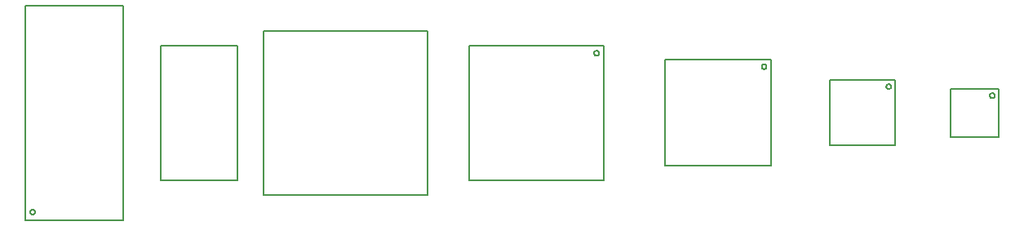
<source format=gbo>
G75*
%MOIN*%
%OFA0B0*%
%FSLAX25Y25*%
%IPPOS*%
%LPD*%
%AMOC8*
5,1,8,0,0,1.08239X$1,22.5*
%
%ADD10C,0.00591*%
D10*
X0011000Y0011260D02*
X0051000Y0011260D01*
X0051000Y0098740D01*
X0011000Y0098740D01*
X0011000Y0011260D01*
X0013087Y0014449D02*
X0013089Y0014511D01*
X0013095Y0014574D01*
X0013105Y0014635D01*
X0013119Y0014696D01*
X0013136Y0014756D01*
X0013157Y0014815D01*
X0013183Y0014872D01*
X0013211Y0014927D01*
X0013243Y0014981D01*
X0013279Y0015032D01*
X0013317Y0015082D01*
X0013359Y0015128D01*
X0013403Y0015172D01*
X0013451Y0015213D01*
X0013500Y0015251D01*
X0013552Y0015285D01*
X0013606Y0015316D01*
X0013662Y0015344D01*
X0013720Y0015368D01*
X0013779Y0015389D01*
X0013839Y0015405D01*
X0013900Y0015418D01*
X0013962Y0015427D01*
X0014024Y0015432D01*
X0014087Y0015433D01*
X0014149Y0015430D01*
X0014211Y0015423D01*
X0014273Y0015412D01*
X0014333Y0015397D01*
X0014393Y0015379D01*
X0014451Y0015357D01*
X0014508Y0015331D01*
X0014563Y0015301D01*
X0014616Y0015268D01*
X0014667Y0015232D01*
X0014715Y0015193D01*
X0014761Y0015150D01*
X0014804Y0015105D01*
X0014844Y0015057D01*
X0014881Y0015007D01*
X0014915Y0014954D01*
X0014946Y0014900D01*
X0014972Y0014844D01*
X0014996Y0014786D01*
X0015015Y0014726D01*
X0015031Y0014666D01*
X0015043Y0014604D01*
X0015051Y0014543D01*
X0015055Y0014480D01*
X0015055Y0014418D01*
X0015051Y0014355D01*
X0015043Y0014294D01*
X0015031Y0014232D01*
X0015015Y0014172D01*
X0014996Y0014112D01*
X0014972Y0014054D01*
X0014946Y0013998D01*
X0014915Y0013944D01*
X0014881Y0013891D01*
X0014844Y0013841D01*
X0014804Y0013793D01*
X0014761Y0013748D01*
X0014715Y0013705D01*
X0014667Y0013666D01*
X0014616Y0013630D01*
X0014563Y0013597D01*
X0014508Y0013567D01*
X0014451Y0013541D01*
X0014393Y0013519D01*
X0014333Y0013501D01*
X0014273Y0013486D01*
X0014211Y0013475D01*
X0014149Y0013468D01*
X0014087Y0013465D01*
X0014024Y0013466D01*
X0013962Y0013471D01*
X0013900Y0013480D01*
X0013839Y0013493D01*
X0013779Y0013509D01*
X0013720Y0013530D01*
X0013662Y0013554D01*
X0013606Y0013582D01*
X0013552Y0013613D01*
X0013500Y0013647D01*
X0013451Y0013685D01*
X0013403Y0013726D01*
X0013359Y0013770D01*
X0013317Y0013816D01*
X0013279Y0013866D01*
X0013243Y0013917D01*
X0013211Y0013971D01*
X0013183Y0014026D01*
X0013157Y0014083D01*
X0013136Y0014142D01*
X0013119Y0014202D01*
X0013105Y0014263D01*
X0013095Y0014324D01*
X0013089Y0014387D01*
X0013087Y0014449D01*
X0066252Y0027441D02*
X0097748Y0027441D01*
X0097748Y0082559D01*
X0066252Y0082559D01*
X0066252Y0027441D01*
X0108535Y0021535D02*
X0108535Y0088465D01*
X0175465Y0088465D01*
X0175465Y0021535D01*
X0108535Y0021535D01*
X0192441Y0027441D02*
X0192441Y0082559D01*
X0247559Y0082559D01*
X0247559Y0027441D01*
X0192441Y0027441D01*
X0272346Y0033346D02*
X0315654Y0033346D01*
X0315654Y0076654D01*
X0272346Y0076654D01*
X0272346Y0033346D01*
X0339594Y0041594D02*
X0339594Y0068406D01*
X0366406Y0068406D01*
X0366406Y0041594D01*
X0339594Y0041594D01*
X0389157Y0045157D02*
X0389157Y0064843D01*
X0408843Y0064843D01*
X0408843Y0045157D01*
X0389157Y0045157D01*
X0405103Y0062087D02*
X0405105Y0062149D01*
X0405111Y0062212D01*
X0405121Y0062273D01*
X0405135Y0062334D01*
X0405152Y0062394D01*
X0405173Y0062453D01*
X0405199Y0062510D01*
X0405227Y0062565D01*
X0405259Y0062619D01*
X0405295Y0062670D01*
X0405333Y0062720D01*
X0405375Y0062766D01*
X0405419Y0062810D01*
X0405467Y0062851D01*
X0405516Y0062889D01*
X0405568Y0062923D01*
X0405622Y0062954D01*
X0405678Y0062982D01*
X0405736Y0063006D01*
X0405795Y0063027D01*
X0405855Y0063043D01*
X0405916Y0063056D01*
X0405978Y0063065D01*
X0406040Y0063070D01*
X0406103Y0063071D01*
X0406165Y0063068D01*
X0406227Y0063061D01*
X0406289Y0063050D01*
X0406349Y0063035D01*
X0406409Y0063017D01*
X0406467Y0062995D01*
X0406524Y0062969D01*
X0406579Y0062939D01*
X0406632Y0062906D01*
X0406683Y0062870D01*
X0406731Y0062831D01*
X0406777Y0062788D01*
X0406820Y0062743D01*
X0406860Y0062695D01*
X0406897Y0062645D01*
X0406931Y0062592D01*
X0406962Y0062538D01*
X0406988Y0062482D01*
X0407012Y0062424D01*
X0407031Y0062364D01*
X0407047Y0062304D01*
X0407059Y0062242D01*
X0407067Y0062181D01*
X0407071Y0062118D01*
X0407071Y0062056D01*
X0407067Y0061993D01*
X0407059Y0061932D01*
X0407047Y0061870D01*
X0407031Y0061810D01*
X0407012Y0061750D01*
X0406988Y0061692D01*
X0406962Y0061636D01*
X0406931Y0061582D01*
X0406897Y0061529D01*
X0406860Y0061479D01*
X0406820Y0061431D01*
X0406777Y0061386D01*
X0406731Y0061343D01*
X0406683Y0061304D01*
X0406632Y0061268D01*
X0406579Y0061235D01*
X0406524Y0061205D01*
X0406467Y0061179D01*
X0406409Y0061157D01*
X0406349Y0061139D01*
X0406289Y0061124D01*
X0406227Y0061113D01*
X0406165Y0061106D01*
X0406103Y0061103D01*
X0406040Y0061104D01*
X0405978Y0061109D01*
X0405916Y0061118D01*
X0405855Y0061131D01*
X0405795Y0061147D01*
X0405736Y0061168D01*
X0405678Y0061192D01*
X0405622Y0061220D01*
X0405568Y0061251D01*
X0405516Y0061285D01*
X0405467Y0061323D01*
X0405419Y0061364D01*
X0405375Y0061408D01*
X0405333Y0061454D01*
X0405295Y0061504D01*
X0405259Y0061555D01*
X0405227Y0061609D01*
X0405199Y0061664D01*
X0405173Y0061721D01*
X0405152Y0061780D01*
X0405135Y0061840D01*
X0405121Y0061901D01*
X0405111Y0061962D01*
X0405105Y0062025D01*
X0405103Y0062087D01*
X0362843Y0065827D02*
X0362845Y0065889D01*
X0362851Y0065952D01*
X0362861Y0066013D01*
X0362875Y0066074D01*
X0362892Y0066134D01*
X0362913Y0066193D01*
X0362939Y0066250D01*
X0362967Y0066305D01*
X0362999Y0066359D01*
X0363035Y0066410D01*
X0363073Y0066460D01*
X0363115Y0066506D01*
X0363159Y0066550D01*
X0363207Y0066591D01*
X0363256Y0066629D01*
X0363308Y0066663D01*
X0363362Y0066694D01*
X0363418Y0066722D01*
X0363476Y0066746D01*
X0363535Y0066767D01*
X0363595Y0066783D01*
X0363656Y0066796D01*
X0363718Y0066805D01*
X0363780Y0066810D01*
X0363843Y0066811D01*
X0363905Y0066808D01*
X0363967Y0066801D01*
X0364029Y0066790D01*
X0364089Y0066775D01*
X0364149Y0066757D01*
X0364207Y0066735D01*
X0364264Y0066709D01*
X0364319Y0066679D01*
X0364372Y0066646D01*
X0364423Y0066610D01*
X0364471Y0066571D01*
X0364517Y0066528D01*
X0364560Y0066483D01*
X0364600Y0066435D01*
X0364637Y0066385D01*
X0364671Y0066332D01*
X0364702Y0066278D01*
X0364728Y0066222D01*
X0364752Y0066164D01*
X0364771Y0066104D01*
X0364787Y0066044D01*
X0364799Y0065982D01*
X0364807Y0065921D01*
X0364811Y0065858D01*
X0364811Y0065796D01*
X0364807Y0065733D01*
X0364799Y0065672D01*
X0364787Y0065610D01*
X0364771Y0065550D01*
X0364752Y0065490D01*
X0364728Y0065432D01*
X0364702Y0065376D01*
X0364671Y0065322D01*
X0364637Y0065269D01*
X0364600Y0065219D01*
X0364560Y0065171D01*
X0364517Y0065126D01*
X0364471Y0065083D01*
X0364423Y0065044D01*
X0364372Y0065008D01*
X0364319Y0064975D01*
X0364264Y0064945D01*
X0364207Y0064919D01*
X0364149Y0064897D01*
X0364089Y0064879D01*
X0364029Y0064864D01*
X0363967Y0064853D01*
X0363905Y0064846D01*
X0363843Y0064843D01*
X0363780Y0064844D01*
X0363718Y0064849D01*
X0363656Y0064858D01*
X0363595Y0064871D01*
X0363535Y0064887D01*
X0363476Y0064908D01*
X0363418Y0064932D01*
X0363362Y0064960D01*
X0363308Y0064991D01*
X0363256Y0065025D01*
X0363207Y0065063D01*
X0363159Y0065104D01*
X0363115Y0065148D01*
X0363073Y0065194D01*
X0363035Y0065244D01*
X0362999Y0065295D01*
X0362967Y0065349D01*
X0362939Y0065404D01*
X0362913Y0065461D01*
X0362892Y0065520D01*
X0362875Y0065580D01*
X0362861Y0065641D01*
X0362851Y0065702D01*
X0362845Y0065765D01*
X0362843Y0065827D01*
X0311914Y0073898D02*
X0311916Y0073960D01*
X0311922Y0074023D01*
X0311932Y0074084D01*
X0311946Y0074145D01*
X0311963Y0074205D01*
X0311984Y0074264D01*
X0312010Y0074321D01*
X0312038Y0074376D01*
X0312070Y0074430D01*
X0312106Y0074481D01*
X0312144Y0074531D01*
X0312186Y0074577D01*
X0312230Y0074621D01*
X0312278Y0074662D01*
X0312327Y0074700D01*
X0312379Y0074734D01*
X0312433Y0074765D01*
X0312489Y0074793D01*
X0312547Y0074817D01*
X0312606Y0074838D01*
X0312666Y0074854D01*
X0312727Y0074867D01*
X0312789Y0074876D01*
X0312851Y0074881D01*
X0312914Y0074882D01*
X0312976Y0074879D01*
X0313038Y0074872D01*
X0313100Y0074861D01*
X0313160Y0074846D01*
X0313220Y0074828D01*
X0313278Y0074806D01*
X0313335Y0074780D01*
X0313390Y0074750D01*
X0313443Y0074717D01*
X0313494Y0074681D01*
X0313542Y0074642D01*
X0313588Y0074599D01*
X0313631Y0074554D01*
X0313671Y0074506D01*
X0313708Y0074456D01*
X0313742Y0074403D01*
X0313773Y0074349D01*
X0313799Y0074293D01*
X0313823Y0074235D01*
X0313842Y0074175D01*
X0313858Y0074115D01*
X0313870Y0074053D01*
X0313878Y0073992D01*
X0313882Y0073929D01*
X0313882Y0073867D01*
X0313878Y0073804D01*
X0313870Y0073743D01*
X0313858Y0073681D01*
X0313842Y0073621D01*
X0313823Y0073561D01*
X0313799Y0073503D01*
X0313773Y0073447D01*
X0313742Y0073393D01*
X0313708Y0073340D01*
X0313671Y0073290D01*
X0313631Y0073242D01*
X0313588Y0073197D01*
X0313542Y0073154D01*
X0313494Y0073115D01*
X0313443Y0073079D01*
X0313390Y0073046D01*
X0313335Y0073016D01*
X0313278Y0072990D01*
X0313220Y0072968D01*
X0313160Y0072950D01*
X0313100Y0072935D01*
X0313038Y0072924D01*
X0312976Y0072917D01*
X0312914Y0072914D01*
X0312851Y0072915D01*
X0312789Y0072920D01*
X0312727Y0072929D01*
X0312666Y0072942D01*
X0312606Y0072958D01*
X0312547Y0072979D01*
X0312489Y0073003D01*
X0312433Y0073031D01*
X0312379Y0073062D01*
X0312327Y0073096D01*
X0312278Y0073134D01*
X0312230Y0073175D01*
X0312186Y0073219D01*
X0312144Y0073265D01*
X0312106Y0073315D01*
X0312070Y0073366D01*
X0312038Y0073420D01*
X0312010Y0073475D01*
X0311984Y0073532D01*
X0311963Y0073591D01*
X0311946Y0073651D01*
X0311932Y0073712D01*
X0311922Y0073773D01*
X0311916Y0073836D01*
X0311914Y0073898D01*
X0243425Y0079409D02*
X0243427Y0079471D01*
X0243433Y0079534D01*
X0243443Y0079595D01*
X0243457Y0079656D01*
X0243474Y0079716D01*
X0243495Y0079775D01*
X0243521Y0079832D01*
X0243549Y0079887D01*
X0243581Y0079941D01*
X0243617Y0079992D01*
X0243655Y0080042D01*
X0243697Y0080088D01*
X0243741Y0080132D01*
X0243789Y0080173D01*
X0243838Y0080211D01*
X0243890Y0080245D01*
X0243944Y0080276D01*
X0244000Y0080304D01*
X0244058Y0080328D01*
X0244117Y0080349D01*
X0244177Y0080365D01*
X0244238Y0080378D01*
X0244300Y0080387D01*
X0244362Y0080392D01*
X0244425Y0080393D01*
X0244487Y0080390D01*
X0244549Y0080383D01*
X0244611Y0080372D01*
X0244671Y0080357D01*
X0244731Y0080339D01*
X0244789Y0080317D01*
X0244846Y0080291D01*
X0244901Y0080261D01*
X0244954Y0080228D01*
X0245005Y0080192D01*
X0245053Y0080153D01*
X0245099Y0080110D01*
X0245142Y0080065D01*
X0245182Y0080017D01*
X0245219Y0079967D01*
X0245253Y0079914D01*
X0245284Y0079860D01*
X0245310Y0079804D01*
X0245334Y0079746D01*
X0245353Y0079686D01*
X0245369Y0079626D01*
X0245381Y0079564D01*
X0245389Y0079503D01*
X0245393Y0079440D01*
X0245393Y0079378D01*
X0245389Y0079315D01*
X0245381Y0079254D01*
X0245369Y0079192D01*
X0245353Y0079132D01*
X0245334Y0079072D01*
X0245310Y0079014D01*
X0245284Y0078958D01*
X0245253Y0078904D01*
X0245219Y0078851D01*
X0245182Y0078801D01*
X0245142Y0078753D01*
X0245099Y0078708D01*
X0245053Y0078665D01*
X0245005Y0078626D01*
X0244954Y0078590D01*
X0244901Y0078557D01*
X0244846Y0078527D01*
X0244789Y0078501D01*
X0244731Y0078479D01*
X0244671Y0078461D01*
X0244611Y0078446D01*
X0244549Y0078435D01*
X0244487Y0078428D01*
X0244425Y0078425D01*
X0244362Y0078426D01*
X0244300Y0078431D01*
X0244238Y0078440D01*
X0244177Y0078453D01*
X0244117Y0078469D01*
X0244058Y0078490D01*
X0244000Y0078514D01*
X0243944Y0078542D01*
X0243890Y0078573D01*
X0243838Y0078607D01*
X0243789Y0078645D01*
X0243741Y0078686D01*
X0243697Y0078730D01*
X0243655Y0078776D01*
X0243617Y0078826D01*
X0243581Y0078877D01*
X0243549Y0078931D01*
X0243521Y0078986D01*
X0243495Y0079043D01*
X0243474Y0079102D01*
X0243457Y0079162D01*
X0243443Y0079223D01*
X0243433Y0079284D01*
X0243427Y0079347D01*
X0243425Y0079409D01*
M02*

</source>
